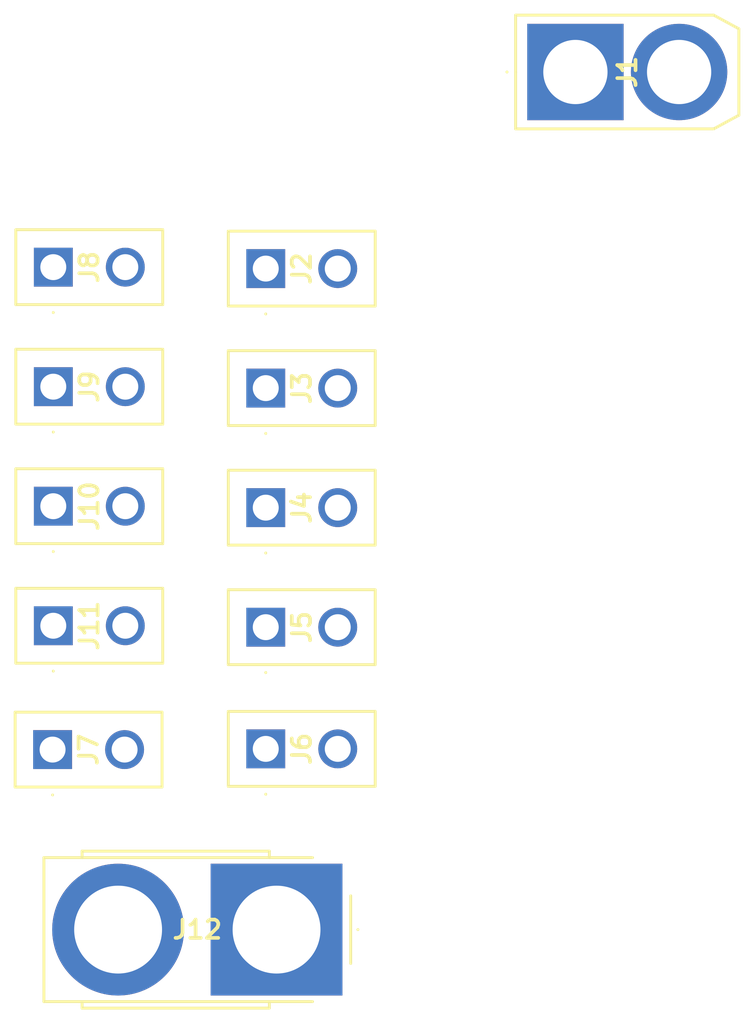
<source format=kicad_pcb>
(kicad_pcb (version 20241229) (generator "pcbnew") (generator_version "9.0")
  (layers (0 "F.Cu" signal) (2 "B.Cu" signal) (13 "F.Paste" user) (15 "B.Paste" user) (5 "F.SilkS" user "F.Silkscreen") (7 "B.SilkS" user "B.Silkscreen") (1 "F.Mask" user) (3 "B.Mask" user) (25 "Edge.Cuts" user))
  (net 0 "")
  (net 1 "Net-(J1-+)")
  (net 2 "Net-(J1--)")
  (footprint "XT30UPB-F:XT30UPBF" (layer "F.Cu") (at 167.2 105.55 -90)
    (property "Reference" "J7" (at 0 -2.5 270) (layer "F.SilkS") (effects (font (size 1.27 1.27) (thickness 0.254))))
    (property "Value" "XT30UPB-F" (hide yes))
    (fp_line (start -2.6 2.6) (end -2.6 -7.6) (stroke (width 0.2)) (layer "F.SilkS"))
    (fp_line (start 2.6 2.6) (end -2.6 2.6) (stroke (width 0.2)) (layer "F.SilkS"))
    (fp_line (start 3.1 0) (end 3.1 0) (stroke (width 0.1)) (layer "F.SilkS"))
    (fp_line (start 3.2 0) (end 3.2 0) (stroke (width 0.1)) (layer "F.SilkS"))
    (fp_line (start -2.6 -7.6) (end 2.6 -7.6) (stroke (width 0.2)) (layer "F.SilkS"))
    (fp_line (start 2.6 -7.6) (end 2.6 2.6) (stroke (width 0.2)) (layer "F.SilkS"))
    (fp_arc (start 3.1 0) (mid 3.15 -0.05) (end 3.2 0) (stroke (width 0.1)) (layer "F.SilkS"))
    (fp_arc (start 3.2 0) (mid 3.15 0.05) (end 3.1 0) (stroke (width 0.1)) (layer "F.SilkS"))
    (pad "1" thru_hole rect (at 0 0 270) (size 2.7 2.7) (drill 1.8) (layers "*.Cu" "*.Mask") (net 1 "Net-(J1-+)"))
    (pad "2" thru_hole circle (at 0 -5 270) (size 2.7 2.7) (drill 1.8) (layers "*.Cu" "*.Mask") (net 2 "Net-(J1--)"))
  )
  (footprint "XT30UPB-F:XT30UPBF" (layer "F.Cu") (at 167.25 96.95 -90)
    (property "Reference" "J11" (at 0 -2.5 270) (layer "F.SilkS") (effects (font (size 1.27 1.27) (thickness 0.254))))
    (property "Value" "XT30UPB-F" (hide yes))
    (fp_line (start -2.6 2.6) (end -2.6 -7.6) (stroke (width 0.2)) (layer "F.SilkS"))
    (fp_line (start 2.6 2.6) (end -2.6 2.6) (stroke (width 0.2)) (layer "F.SilkS"))
    (fp_line (start 3.1 0) (end 3.1 0) (stroke (width 0.1)) (layer "F.SilkS"))
    (fp_line (start 3.2 0) (end 3.2 0) (stroke (width 0.1)) (layer "F.SilkS"))
    (fp_line (start -2.6 -7.6) (end 2.6 -7.6) (stroke (width 0.2)) (layer "F.SilkS"))
    (fp_line (start 2.6 -7.6) (end 2.6 2.6) (stroke (width 0.2)) (layer "F.SilkS"))
    (fp_arc (start 3.1 0) (mid 3.15 -0.05) (end 3.2 0) (stroke (width 0.1)) (layer "F.SilkS"))
    (fp_arc (start 3.2 0) (mid 3.15 0.05) (end 3.1 0) (stroke (width 0.1)) (layer "F.SilkS"))
    (pad "1" thru_hole rect (at 0 0 270) (size 2.7 2.7) (drill 1.8) (layers "*.Cu" "*.Mask") (net 1 "Net-(J1-+)"))
    (pad "2" thru_hole circle (at 0 -5 270) (size 2.7 2.7) (drill 1.8) (layers "*.Cu" "*.Mask") (net 2 "Net-(J1--)"))
  )
  (footprint "XT30UPB-F:XT30UPBF" (layer "F.Cu") (at 167.25 88.65 -90)
    (property "Reference" "J10" (at 0 -2.5 270) (layer "F.SilkS") (effects (font (size 1.27 1.27) (thickness 0.254))))
    (property "Value" "XT30UPB-F" (hide yes))
    (fp_line (start -2.6 2.6) (end -2.6 -7.6) (stroke (width 0.2)) (layer "F.SilkS"))
    (fp_line (start 2.6 2.6) (end -2.6 2.6) (stroke (width 0.2)) (layer "F.SilkS"))
    (fp_line (start 3.1 0) (end 3.1 0) (stroke (width 0.1)) (layer "F.SilkS"))
    (fp_line (start 3.2 0) (end 3.2 0) (stroke (width 0.1)) (layer "F.SilkS"))
    (fp_line (start -2.6 -7.6) (end 2.6 -7.6) (stroke (width 0.2)) (layer "F.SilkS"))
    (fp_line (start 2.6 -7.6) (end 2.6 2.6) (stroke (width 0.2)) (layer "F.SilkS"))
    (fp_arc (start 3.1 0) (mid 3.15 -0.05) (end 3.2 0) (stroke (width 0.1)) (layer "F.SilkS"))
    (fp_arc (start 3.2 0) (mid 3.15 0.05) (end 3.1 0) (stroke (width 0.1)) (layer "F.SilkS"))
    (pad "1" thru_hole rect (at 0 0 270) (size 2.7 2.7) (drill 1.8) (layers "*.Cu" "*.Mask") (net 1 "Net-(J1-+)"))
    (pad "2" thru_hole circle (at 0 -5 270) (size 2.7 2.7) (drill 1.8) (layers "*.Cu" "*.Mask") (net 2 "Net-(J1--)"))
  )
  (footprint "XT30UPB-F:XT30UPBF" (layer "F.Cu") (at 182 105.5 -90)
    (property "Reference" "J6" (at 0 -2.5 270) (layer "F.SilkS") (effects (font (size 1.27 1.27) (thickness 0.254))))
    (property "Value" "XT30UPB-F" (hide yes))
    (fp_line (start -2.6 2.6) (end -2.6 -7.6) (stroke (width 0.2)) (layer "F.SilkS"))
    (fp_line (start 2.6 2.6) (end -2.6 2.6) (stroke (width 0.2)) (layer "F.SilkS"))
    (fp_line (start 3.1 0) (end 3.1 0) (stroke (width 0.1)) (layer "F.SilkS"))
    (fp_line (start 3.2 0) (end 3.2 0) (stroke (width 0.1)) (layer "F.SilkS"))
    (fp_line (start -2.6 -7.6) (end 2.6 -7.6) (stroke (width 0.2)) (layer "F.SilkS"))
    (fp_line (start 2.6 -7.6) (end 2.6 2.6) (stroke (width 0.2)) (layer "F.SilkS"))
    (fp_arc (start 3.1 0) (mid 3.15 -0.05) (end 3.2 0) (stroke (width 0.1)) (layer "F.SilkS"))
    (fp_arc (start 3.2 0) (mid 3.15 0.05) (end 3.1 0) (stroke (width 0.1)) (layer "F.SilkS"))
    (pad "1" thru_hole rect (at 0 0 270) (size 2.7 2.7) (drill 1.8) (layers "*.Cu" "*.Mask") (net 1 "Net-(J1-+)"))
    (pad "2" thru_hole circle (at 0 -5 270) (size 2.7 2.7) (drill 1.8) (layers "*.Cu" "*.Mask") (net 2 "Net-(J1--)"))
  )
  (footprint "XT90PB-F:XT90PBF" (layer "F.Cu") (at 182.75 118.05)
    (property "Reference" "J12" (at -5.5 0 0) (layer "F.SilkS") (effects (font (size 1.27 1.27) (thickness 0.254))))
    (property "Value" "XT90PB-F" (hide yes))
    (fp_line (start -16.15 -5) (end 2.5 -5) (stroke (width 0.2)) (layer "F.SilkS"))
    (fp_line (start -16.15 5) (end -16.15 -5) (stroke (width 0.2)) (layer "F.SilkS"))
    (fp_line (start -13.5 -5.45) (end -13.5 -5) (stroke (width 0.2)) (layer "F.SilkS"))
    (fp_line (start -13.5 5) (end -13.5 5.45) (stroke (width 0.2)) (layer "F.SilkS"))
    (fp_line (start -13.5 5.45) (end -0.5 5.45) (stroke (width 0.2)) (layer "F.SilkS"))
    (fp_line (start -0.5 -5.45) (end -13.5 -5.45) (stroke (width 0.2)) (layer "F.SilkS"))
    (fp_line (start -0.5 -5) (end -0.5 -5.45) (stroke (width 0.2)) (layer "F.SilkS"))
    (fp_line (start -0.5 5.45) (end -0.5 5) (stroke (width 0.2)) (layer "F.SilkS"))
    (fp_line (start 2.5 5) (end -16.15 5) (stroke (width 0.2)) (layer "F.SilkS"))
    (fp_line (start 5.15 -2.35) (end 5.15 2.35) (stroke (width 0.2)) (layer "F.SilkS"))
    (fp_line (start 5.6 0) (end 5.6 0) (stroke (width 0.1)) (layer "F.SilkS"))
    (fp_line (start 5.7 0) (end 5.7 0) (stroke (width 0.1)) (layer "F.SilkS"))
    (fp_arc (start 5.6 0) (mid 5.65 -0.05) (end 5.7 0) (stroke (width 0.1)) (layer "F.SilkS"))
    (fp_arc (start 5.7 0) (mid 5.65 0.05) (end 5.6 0) (stroke (width 0.1)) (layer "F.SilkS"))
    (pad "1" thru_hole rect (at 0 0) (size 9.15 9.15) (drill 6.1) (layers "*.Cu" "*.Mask") (net 1 "Net-(J1-+)"))
    (pad "2" thru_hole circle (at -11 0) (size 9.15 9.15) (drill 6.1) (layers "*.Cu" "*.Mask") (net 2 "Net-(J1--)"))
  )
  (footprint "XT60PB-F:XT60PBF" (layer "F.Cu") (at 203.5 58.5 -90)
    (property "Reference" "J1" (at 0 -3.6 270) (layer "F.SilkS") (effects (font (size 1.27 1.27) (thickness 0.254))))
    (property "Value" "XT60PB-F" (hide yes))
    (fp_line (start 0 4.8) (end 0 4.8) (stroke (width 0.1)) (layer "F.SilkS"))
    (fp_line (start 0 4.7) (end 0 4.7) (stroke (width 0.1)) (layer "F.SilkS"))
    (fp_line (start -3.95 4.15) (end 0 4.15) (stroke (width 0.2)) (layer "F.SilkS"))
    (fp_line (start 0 4.15) (end 3.95 4.15) (stroke (width 0.2)) (layer "F.SilkS"))
    (fp_line (start 3.95 4.15) (end 3.95 -9.6) (stroke (width 0.2)) (layer "F.SilkS"))
    (fp_line (start -3.95 -9.6) (end -3.95 4.15) (stroke (width 0.2)) (layer "F.SilkS"))
    (fp_line (start 3.95 -9.6) (end 3 -11.35) (stroke (width 0.2)) (layer "F.SilkS"))
    (fp_line (start -3 -11.35) (end -3.95 -9.6) (stroke (width 0.2)) (layer "F.SilkS"))
    (fp_line (start 3 -11.35) (end -3 -11.35) (stroke (width 0.2)) (layer "F.SilkS"))
    (fp_arc (start 0 4.8) (mid -0.05 4.75) (end 0 4.7) (stroke (width 0.1)) (layer "F.SilkS"))
    (fp_arc (start 0 4.7) (mid 0.05 4.75) (end 0 4.8) (stroke (width 0.1)) (layer "F.SilkS"))
    (pad "1" thru_hole rect (at 0 0 270) (size 6.69 6.69) (drill 4.46) (layers "*.Cu" "*.Mask") (net 1 "Net-(J1-+)"))
    (pad "2" thru_hole circle (at 0 -7.2 270) (size 6.69 6.69) (drill 4.46) (layers "*.Cu" "*.Mask") (net 2 "Net-(J1--)"))
  )
  (footprint "XT30UPB-F:XT30UPBF" (layer "F.Cu") (at 182 88.75 -90)
    (property "Reference" "J4" (at 0 -2.5 270) (layer "F.SilkS") (effects (font (size 1.27 1.27) (thickness 0.254))))
    (property "Value" "XT30UPB-F" (hide yes))
    (fp_line (start -2.6 2.6) (end -2.6 -7.6) (stroke (width 0.2)) (layer "F.SilkS"))
    (fp_line (start 2.6 2.6) (end -2.6 2.6) (stroke (width 0.2)) (layer "F.SilkS"))
    (fp_line (start 3.1 0) (end 3.1 0) (stroke (width 0.1)) (layer "F.SilkS"))
    (fp_line (start 3.2 0) (end 3.2 0) (stroke (width 0.1)) (layer "F.SilkS"))
    (fp_line (start -2.6 -7.6) (end 2.6 -7.6) (stroke (width 0.2)) (layer "F.SilkS"))
    (fp_line (start 2.6 -7.6) (end 2.6 2.6) (stroke (width 0.2)) (layer "F.SilkS"))
    (fp_arc (start 3.1 0) (mid 3.15 -0.05) (end 3.2 0) (stroke (width 0.1)) (layer "F.SilkS"))
    (fp_arc (start 3.2 0) (mid 3.15 0.05) (end 3.1 0) (stroke (width 0.1)) (layer "F.SilkS"))
    (pad "1" thru_hole rect (at 0 0 270) (size 2.7 2.7) (drill 1.8) (layers "*.Cu" "*.Mask") (net 1 "Net-(J1-+)"))
    (pad "2" thru_hole circle (at 0 -5 270) (size 2.7 2.7) (drill 1.8) (layers "*.Cu" "*.Mask") (net 2 "Net-(J1--)"))
  )
  (footprint "XT30UPB-F:XT30UPBF" (layer "F.Cu") (at 182 80.45 -90)
    (property "Reference" "J3" (at 0 -2.5 270) (layer "F.SilkS") (effects (font (size 1.27 1.27) (thickness 0.254))))
    (property "Value" "XT30UPB-F" (hide yes))
    (fp_line (start -2.6 2.6) (end -2.6 -7.6) (stroke (width 0.2)) (layer "F.SilkS"))
    (fp_line (start 2.6 2.6) (end -2.6 2.6) (stroke (width 0.2)) (layer "F.SilkS"))
    (fp_line (start 3.1 0) (end 3.1 0) (stroke (width 0.1)) (layer "F.SilkS"))
    (fp_line (start 3.2 0) (end 3.2 0) (stroke (width 0.1)) (layer "F.SilkS"))
    (fp_line (start -2.6 -7.6) (end 2.6 -7.6) (stroke (width 0.2)) (layer "F.SilkS"))
    (fp_line (start 2.6 -7.6) (end 2.6 2.6) (stroke (width 0.2)) (layer "F.SilkS"))
    (fp_arc (start 3.1 0) (mid 3.15 -0.05) (end 3.2 0) (stroke (width 0.1)) (layer "F.SilkS"))
    (fp_arc (start 3.2 0) (mid 3.15 0.05) (end 3.1 0) (stroke (width 0.1)) (layer "F.SilkS"))
    (pad "1" thru_hole rect (at 0 0 270) (size 2.7 2.7) (drill 1.8) (layers "*.Cu" "*.Mask") (net 1 "Net-(J1-+)"))
    (pad "2" thru_hole circle (at 0 -5 270) (size 2.7 2.7) (drill 1.8) (layers "*.Cu" "*.Mask") (net 2 "Net-(J1--)"))
  )
  (footprint "XT30UPB-F:XT30UPBF" (layer "F.Cu") (at 182 72.15 -90)
    (property "Reference" "J2" (at 0 -2.5 270) (layer "F.SilkS") (effects (font (size 1.27 1.27) (thickness 0.254))))
    (property "Value" "XT30UPB-F" (hide yes))
    (fp_line (start -2.6 2.6) (end -2.6 -7.6) (stroke (width 0.2)) (layer "F.SilkS"))
    (fp_line (start 2.6 2.6) (end -2.6 2.6) (stroke (width 0.2)) (layer "F.SilkS"))
    (fp_line (start 3.1 0) (end 3.1 0) (stroke (width 0.1)) (layer "F.SilkS"))
    (fp_line (start 3.2 0) (end 3.2 0) (stroke (width 0.1)) (layer "F.SilkS"))
    (fp_line (start -2.6 -7.6) (end 2.6 -7.6) (stroke (width 0.2)) (layer "F.SilkS"))
    (fp_line (start 2.6 -7.6) (end 2.6 2.6) (stroke (width 0.2)) (layer "F.SilkS"))
    (fp_arc (start 3.1 0) (mid 3.15 -0.05) (end 3.2 0) (stroke (width 0.1)) (layer "F.SilkS"))
    (fp_arc (start 3.2 0) (mid 3.15 0.05) (end 3.1 0) (stroke (width 0.1)) (layer "F.SilkS"))
    (pad "1" thru_hole rect (at 0 0 270) (size 2.7 2.7) (drill 1.8) (layers "*.Cu" "*.Mask") (net 1 "Net-(J1-+)"))
    (pad "2" thru_hole circle (at 0 -5 270) (size 2.7 2.7) (drill 1.8) (layers "*.Cu" "*.Mask") (net 2 "Net-(J1--)"))
  )
  (footprint "XT30UPB-F:XT30UPBF" (layer "F.Cu") (at 167.25 72.05 -90)
    (property "Reference" "J8" (at 0 -2.5 270) (layer "F.SilkS") (effects (font (size 1.27 1.27) (thickness 0.254))))
    (property "Value" "XT30UPB-F" (hide yes))
    (fp_line (start -2.6 2.6) (end -2.6 -7.6) (stroke (width 0.2)) (layer "F.SilkS"))
    (fp_line (start 2.6 2.6) (end -2.6 2.6) (stroke (width 0.2)) (layer "F.SilkS"))
    (fp_line (start 3.1 0) (end 3.1 0) (stroke (width 0.1)) (layer "F.SilkS"))
    (fp_line (start 3.2 0) (end 3.2 0) (stroke (width 0.1)) (layer "F.SilkS"))
    (fp_line (start -2.6 -7.6) (end 2.6 -7.6) (stroke (width 0.2)) (layer "F.SilkS"))
    (fp_line (start 2.6 -7.6) (end 2.6 2.6) (stroke (width 0.2)) (layer "F.SilkS"))
    (fp_arc (start 3.1 0) (mid 3.15 -0.05) (end 3.2 0) (stroke (width 0.1)) (layer "F.SilkS"))
    (fp_arc (start 3.2 0) (mid 3.15 0.05) (end 3.1 0) (stroke (width 0.1)) (layer "F.SilkS"))
    (pad "1" thru_hole rect (at 0 0 270) (size 2.7 2.7) (drill 1.8) (layers "*.Cu" "*.Mask") (net 1 "Net-(J1-+)"))
    (pad "2" thru_hole circle (at 0 -5 270) (size 2.7 2.7) (drill 1.8) (layers "*.Cu" "*.Mask") (net 2 "Net-(J1--)"))
  )
  (footprint "XT30UPB-F:XT30UPBF" (layer "F.Cu") (at 182 97.05 -90)
    (property "Reference" "J5" (at 0 -2.5 270) (layer "F.SilkS") (effects (font (size 1.27 1.27) (thickness 0.254))))
    (property "Value" "XT30UPB-F" (hide yes))
    (fp_line (start -2.6 2.6) (end -2.6 -7.6) (stroke (width 0.2)) (layer "F.SilkS"))
    (fp_line (start 2.6 2.6) (end -2.6 2.6) (stroke (width 0.2)) (layer "F.SilkS"))
    (fp_line (start 3.1 0) (end 3.1 0) (stroke (width 0.1)) (layer "F.SilkS"))
    (fp_line (start 3.2 0) (end 3.2 0) (stroke (width 0.1)) (layer "F.SilkS"))
    (fp_line (start -2.6 -7.6) (end 2.6 -7.6) (stroke (width 0.2)) (layer "F.SilkS"))
    (fp_line (start 2.6 -7.6) (end 2.6 2.6) (stroke (width 0.2)) (layer "F.SilkS"))
    (fp_arc (start 3.1 0) (mid 3.15 -0.05) (end 3.2 0) (stroke (width 0.1)) (layer "F.SilkS"))
    (fp_arc (start 3.2 0) (mid 3.15 0.05) (end 3.1 0) (stroke (width 0.1)) (layer "F.SilkS"))
    (pad "1" thru_hole rect (at 0 0 270) (size 2.7 2.7) (drill 1.8) (layers "*.Cu" "*.Mask") (net 1 "Net-(J1-+)"))
    (pad "2" thru_hole circle (at 0 -5 270) (size 2.7 2.7) (drill 1.8) (layers "*.Cu" "*.Mask") (net 2 "Net-(J1--)"))
  )
  (footprint "XT30UPB-F:XT30UPBF" (layer "F.Cu") (at 167.25 80.35 -90)
    (property "Reference" "J9" (at 0 -2.5 270) (layer "F.SilkS") (effects (font (size 1.27 1.27) (thickness 0.254))))
    (property "Value" "XT30UPB-F" (hide yes))
    (fp_line (start -2.6 2.6) (end -2.6 -7.6) (stroke (width 0.2)) (layer "F.SilkS"))
    (fp_line (start 2.6 2.6) (end -2.6 2.6) (stroke (width 0.2)) (layer "F.SilkS"))
    (fp_line (start 3.1 0) (end 3.1 0) (stroke (width 0.1)) (layer "F.SilkS"))
    (fp_line (start 3.2 0) (end 3.2 0) (stroke (width 0.1)) (layer "F.SilkS"))
    (fp_line (start -2.6 -7.6) (end 2.6 -7.6) (stroke (width 0.2)) (layer "F.SilkS"))
    (fp_line (start 2.6 -7.6) (end 2.6 2.6) (stroke (width 0.2)) (layer "F.SilkS"))
    (fp_arc (start 3.1 0) (mid 3.15 -0.05) (end 3.2 0) (stroke (width 0.1)) (layer "F.SilkS"))
    (fp_arc (start 3.2 0) (mid 3.15 0.05) (end 3.1 0) (stroke (width 0.1)) (layer "F.SilkS"))
    (pad "1" thru_hole rect (at 0 0 270) (size 2.7 2.7) (drill 1.8) (layers "*.Cu" "*.Mask") (net 1 "Net-(J1-+)"))
    (pad "2" thru_hole circle (at 0 -5 270) (size 2.7 2.7) (drill 1.8) (layers "*.Cu" "*.Mask") (net 2 "Net-(J1--)"))
  )
)
</source>
